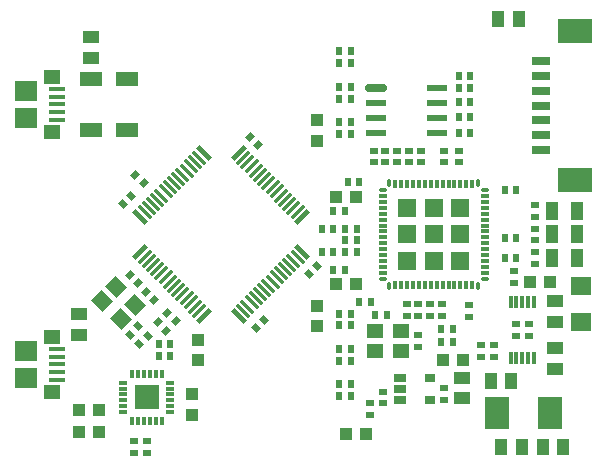
<source format=gtp>
G04 Layer_Color=8421504*
%FSLAX44Y44*%
%MOMM*%
G71*
G01*
G75*
%ADD10R,1.4000X1.1000*%
%ADD11R,1.9000X1.2000*%
%ADD12R,1.4000X1.2000*%
G04:AMPARAMS|DCode=13|XSize=1.4mm|YSize=1.2mm|CornerRadius=0mm|HoleSize=0mm|Usage=FLASHONLY|Rotation=315.000|XOffset=0mm|YOffset=0mm|HoleType=Round|Shape=Rectangle|*
%AMROTATEDRECTD13*
4,1,4,-0.9192,0.0707,-0.0707,0.9192,0.9192,-0.0707,0.0707,-0.9192,-0.9192,0.0707,0.0*
%
%ADD13ROTATEDRECTD13*%

%ADD14R,0.9000X0.6900*%
%ADD15R,0.9900X0.6900*%
%ADD16R,0.3000X1.0000*%
%ADD18R,0.6350X0.5000*%
%ADD19R,0.5000X0.6350*%
G04:AMPARAMS|DCode=20|XSize=0.635mm|YSize=0.5mm|CornerRadius=0mm|HoleSize=0mm|Usage=FLASHONLY|Rotation=45.000|XOffset=0mm|YOffset=0mm|HoleType=Round|Shape=Rectangle|*
%AMROTATEDRECTD20*
4,1,4,-0.0477,-0.4013,-0.4013,-0.0477,0.0477,0.4013,0.4013,0.0477,-0.0477,-0.4013,0.0*
%
%ADD20ROTATEDRECTD20*%

%ADD21R,1.1000X1.4000*%
%ADD22R,1.1000X1.0000*%
%ADD23R,1.0000X1.1000*%
G04:AMPARAMS|DCode=24|XSize=0.635mm|YSize=0.5mm|CornerRadius=0mm|HoleSize=0mm|Usage=FLASHONLY|Rotation=315.000|XOffset=0mm|YOffset=0mm|HoleType=Round|Shape=Rectangle|*
%AMROTATEDRECTD24*
4,1,4,-0.4013,0.0477,-0.0477,0.4013,0.4013,-0.0477,0.0477,-0.4013,-0.4013,0.0477,0.0*
%
%ADD24ROTATEDRECTD24*%

%ADD25R,1.9000X1.7500*%
%ADD26R,1.4000X0.4000*%
%ADD27R,1.4500X1.1500*%
%ADD28R,1.6000X0.8000*%
%ADD29R,3.0000X2.1000*%
%ADD30R,1.8000X0.6000*%
G04:AMPARAMS|DCode=31|XSize=0.6mm|YSize=1.8mm|CornerRadius=0.15mm|HoleSize=0mm|Usage=FLASHONLY|Rotation=90.000|XOffset=0mm|YOffset=0mm|HoleType=Round|Shape=RoundedRectangle|*
%AMROUNDEDRECTD31*
21,1,0.6000,1.5000,0,0,90.0*
21,1,0.3000,1.8000,0,0,90.0*
1,1,0.3000,0.7500,0.1500*
1,1,0.3000,0.7500,-0.1500*
1,1,0.3000,-0.7500,-0.1500*
1,1,0.3000,-0.7500,0.1500*
%
%ADD31ROUNDEDRECTD31*%
%ADD33R,0.7500X0.3000*%
%ADD34R,0.3000X0.7500*%
G04:AMPARAMS|DCode=36|XSize=0.28mm|YSize=0.69mm|CornerRadius=0.042mm|HoleSize=0mm|Usage=FLASHONLY|Rotation=90.000|XOffset=0mm|YOffset=0mm|HoleType=Round|Shape=RoundedRectangle|*
%AMROUNDEDRECTD36*
21,1,0.2800,0.6060,0,0,90.0*
21,1,0.1960,0.6900,0,0,90.0*
1,1,0.0840,0.3030,0.0980*
1,1,0.0840,0.3030,-0.0980*
1,1,0.0840,-0.3030,-0.0980*
1,1,0.0840,-0.3030,0.0980*
%
%ADD36ROUNDEDRECTD36*%
G04:AMPARAMS|DCode=37|XSize=0.28mm|YSize=0.64mm|CornerRadius=0.042mm|HoleSize=0mm|Usage=FLASHONLY|Rotation=90.000|XOffset=0mm|YOffset=0mm|HoleType=Round|Shape=RoundedRectangle|*
%AMROUNDEDRECTD37*
21,1,0.2800,0.5560,0,0,90.0*
21,1,0.1960,0.6400,0,0,90.0*
1,1,0.0840,0.2780,0.0980*
1,1,0.0840,0.2780,-0.0980*
1,1,0.0840,-0.2780,-0.0980*
1,1,0.0840,-0.2780,0.0980*
%
%ADD37ROUNDEDRECTD37*%
G04:AMPARAMS|DCode=38|XSize=0.28mm|YSize=0.69mm|CornerRadius=0.042mm|HoleSize=0mm|Usage=FLASHONLY|Rotation=0.000|XOffset=0mm|YOffset=0mm|HoleType=Round|Shape=RoundedRectangle|*
%AMROUNDEDRECTD38*
21,1,0.2800,0.6060,0,0,0.0*
21,1,0.1960,0.6900,0,0,0.0*
1,1,0.0840,0.0980,-0.3030*
1,1,0.0840,-0.0980,-0.3030*
1,1,0.0840,-0.0980,0.3030*
1,1,0.0840,0.0980,0.3030*
%
%ADD38ROUNDEDRECTD38*%
G04:AMPARAMS|DCode=39|XSize=0.28mm|YSize=0.64mm|CornerRadius=0.042mm|HoleSize=0mm|Usage=FLASHONLY|Rotation=0.000|XOffset=0mm|YOffset=0mm|HoleType=Round|Shape=RoundedRectangle|*
%AMROUNDEDRECTD39*
21,1,0.2800,0.5560,0,0,0.0*
21,1,0.1960,0.6400,0,0,0.0*
1,1,0.0840,0.0980,-0.2780*
1,1,0.0840,-0.0980,-0.2780*
1,1,0.0840,-0.0980,0.2780*
1,1,0.0840,0.0980,0.2780*
%
%ADD39ROUNDEDRECTD39*%
G04:AMPARAMS|DCode=40|XSize=1.5mm|YSize=0.28mm|CornerRadius=0mm|HoleSize=0mm|Usage=FLASHONLY|Rotation=45.000|XOffset=0mm|YOffset=0mm|HoleType=Round|Shape=Rectangle|*
%AMROTATEDRECTD40*
4,1,4,-0.4313,-0.6293,-0.6293,-0.4313,0.4313,0.6293,0.6293,0.4313,-0.4313,-0.6293,0.0*
%
%ADD40ROTATEDRECTD40*%

G04:AMPARAMS|DCode=41|XSize=1.5mm|YSize=0.4mm|CornerRadius=0mm|HoleSize=0mm|Usage=FLASHONLY|Rotation=45.000|XOffset=0mm|YOffset=0mm|HoleType=Round|Shape=Rectangle|*
%AMROTATEDRECTD41*
4,1,4,-0.3889,-0.6717,-0.6717,-0.3889,0.3889,0.6717,0.6717,0.3889,-0.3889,-0.6717,0.0*
%
%ADD41ROTATEDRECTD41*%

G04:AMPARAMS|DCode=42|XSize=1.5mm|YSize=0.28mm|CornerRadius=0mm|HoleSize=0mm|Usage=FLASHONLY|Rotation=315.000|XOffset=0mm|YOffset=0mm|HoleType=Round|Shape=Rectangle|*
%AMROTATEDRECTD42*
4,1,4,-0.6293,0.4313,-0.4313,0.6293,0.6293,-0.4313,0.4313,-0.6293,-0.6293,0.4313,0.0*
%
%ADD42ROTATEDRECTD42*%

G04:AMPARAMS|DCode=43|XSize=1.5mm|YSize=0.4mm|CornerRadius=0mm|HoleSize=0mm|Usage=FLASHONLY|Rotation=315.000|XOffset=0mm|YOffset=0mm|HoleType=Round|Shape=Rectangle|*
%AMROTATEDRECTD43*
4,1,4,-0.6717,0.3889,-0.3889,0.6717,0.6717,-0.3889,0.3889,-0.6717,-0.6717,0.3889,0.0*
%
%ADD43ROTATEDRECTD43*%

%ADD44R,2.1590X2.7430*%
%ADD45R,1.8000X1.6000*%
%ADD46R,1.1000X1.5000*%
%ADD81R,0.7000X0.6000*%
%ADD82R,0.7000X0.6000*%
%ADD83R,2.0000X2.0000*%
%ADD84R,1.5000X1.5000*%
%ADD85R,1.5000X1.5000*%
D10*
X70000Y149250D02*
D03*
Y166750D02*
D03*
X384000Y-138750D02*
D03*
Y-121250D02*
D03*
X60000Y-85000D02*
D03*
Y-67500D02*
D03*
X463000Y-56250D02*
D03*
Y-73750D02*
D03*
Y-113750D02*
D03*
Y-96250D02*
D03*
D11*
X100000Y132000D02*
D03*
X100000Y88000D02*
D03*
X70000Y88000D02*
D03*
Y132000D02*
D03*
D12*
X309932Y-81452D02*
D03*
Y-98451D02*
D03*
X331931Y-81452D02*
D03*
Y-98451D02*
D03*
D13*
X94768Y-71789D02*
D03*
X106789Y-59768D02*
D03*
X79211Y-56232D02*
D03*
X91232Y-44211D02*
D03*
D14*
X356950Y-121500D02*
D03*
Y-140500D02*
D03*
D15*
X331050Y-121500D02*
D03*
Y-131000D02*
D03*
Y-140500D02*
D03*
D16*
X435000Y-105000D02*
D03*
X430000D02*
D03*
X425000D02*
D03*
X440000D02*
D03*
X445000D02*
D03*
Y-57000D02*
D03*
X440000D02*
D03*
X425000D02*
D03*
X430000D02*
D03*
X435000D02*
D03*
D18*
X317000Y-133000D02*
D03*
Y-143000D02*
D03*
X306000Y-143000D02*
D03*
Y-153000D02*
D03*
X349000Y61000D02*
D03*
Y71000D02*
D03*
X339000D02*
D03*
Y61000D02*
D03*
X117000Y-175000D02*
D03*
Y-185000D02*
D03*
X309000Y71000D02*
D03*
Y61000D02*
D03*
X329000Y71000D02*
D03*
Y61000D02*
D03*
X411000Y-94000D02*
D03*
Y-104000D02*
D03*
X400000D02*
D03*
Y-94000D02*
D03*
X369000Y-130000D02*
D03*
Y-140000D02*
D03*
X367000Y-69000D02*
D03*
Y-59000D02*
D03*
X337000D02*
D03*
Y-69000D02*
D03*
X390000Y-60000D02*
D03*
Y-70000D02*
D03*
X346431Y-84952D02*
D03*
Y-94952D02*
D03*
X369000Y61000D02*
D03*
Y71000D02*
D03*
X381000Y61000D02*
D03*
Y71000D02*
D03*
X319000Y61000D02*
D03*
Y71000D02*
D03*
X347000Y-59000D02*
D03*
Y-69000D02*
D03*
X357000Y-59000D02*
D03*
Y-69000D02*
D03*
X106000Y-175000D02*
D03*
Y-185000D02*
D03*
X428000Y-41000D02*
D03*
Y-31000D02*
D03*
X446000Y25000D02*
D03*
Y15000D02*
D03*
Y5000D02*
D03*
Y-5000D02*
D03*
Y-15000D02*
D03*
Y-25000D02*
D03*
D19*
X391000Y112000D02*
D03*
X381000D02*
D03*
X376000Y-91000D02*
D03*
X366000D02*
D03*
X381000Y99031D02*
D03*
X391000D02*
D03*
X381000Y86031D02*
D03*
X391000D02*
D03*
X280000Y-77000D02*
D03*
X290000D02*
D03*
X280000Y-107000D02*
D03*
X290000D02*
D03*
X280000Y-127000D02*
D03*
X290000D02*
D03*
X280000Y-97000D02*
D03*
X290000D02*
D03*
X137000Y-103000D02*
D03*
X127000D02*
D03*
X285000Y-5000D02*
D03*
X295000D02*
D03*
X137000Y-93000D02*
D03*
X127000D02*
D03*
X280000Y145000D02*
D03*
X290000D02*
D03*
X280000Y115000D02*
D03*
X290000D02*
D03*
X280000Y95000D02*
D03*
X290000D02*
D03*
X280000Y125000D02*
D03*
X290000D02*
D03*
X265000Y-15000D02*
D03*
X275000D02*
D03*
X420000Y-19647D02*
D03*
X430000D02*
D03*
X420000Y38000D02*
D03*
X430000D02*
D03*
X320431Y-67952D02*
D03*
X310431D02*
D03*
X275000Y-30000D02*
D03*
X285000D02*
D03*
X265000Y5000D02*
D03*
X275000D02*
D03*
X275000Y20000D02*
D03*
X285000D02*
D03*
X297000Y-57000D02*
D03*
X307000D02*
D03*
X297000Y44000D02*
D03*
X287000D02*
D03*
X290000Y85000D02*
D03*
X280000D02*
D03*
X290000Y155000D02*
D03*
X280000D02*
D03*
X295000Y-15000D02*
D03*
X285000D02*
D03*
X295000Y5000D02*
D03*
X285000D02*
D03*
X420000Y-3000D02*
D03*
X430000D02*
D03*
X376000Y-80000D02*
D03*
X366000D02*
D03*
X381000Y134000D02*
D03*
X391000D02*
D03*
X290000Y-67000D02*
D03*
X280000D02*
D03*
X290000Y-137000D02*
D03*
X280000D02*
D03*
X381000Y124000D02*
D03*
X391000D02*
D03*
D20*
X107465Y50535D02*
D03*
X114536Y43464D02*
D03*
X204464Y82535D02*
D03*
X211535Y75465D02*
D03*
X109536Y-41536D02*
D03*
X102465Y-34464D02*
D03*
X116465Y-48464D02*
D03*
X123535Y-55535D02*
D03*
X133535Y-81536D02*
D03*
X126465Y-74465D02*
D03*
X141536Y-73535D02*
D03*
X134465Y-66465D02*
D03*
D21*
X408250Y-124000D02*
D03*
X425750D02*
D03*
X414250Y182000D02*
D03*
X431750D02*
D03*
X452250Y-180000D02*
D03*
X469750D02*
D03*
X434750D02*
D03*
X417250D02*
D03*
D22*
X458500Y-40000D02*
D03*
X441500D02*
D03*
X277500Y32000D02*
D03*
X294500D02*
D03*
X277500Y-42000D02*
D03*
X294500D02*
D03*
X285500Y-169000D02*
D03*
X302500D02*
D03*
X367500Y-106000D02*
D03*
X384500D02*
D03*
X76500Y-167000D02*
D03*
X59500D02*
D03*
X76500Y-149000D02*
D03*
X59500D02*
D03*
D23*
X261000Y-77500D02*
D03*
Y-60500D02*
D03*
Y96500D02*
D03*
Y79500D02*
D03*
X160000Y-106500D02*
D03*
Y-89500D02*
D03*
X155000Y-135500D02*
D03*
Y-152500D02*
D03*
D24*
X109879Y-77808D02*
D03*
X102808Y-84879D02*
D03*
X117879Y-85808D02*
D03*
X110808Y-92879D02*
D03*
X96465Y25464D02*
D03*
X103535Y32536D02*
D03*
X261535Y-26465D02*
D03*
X254464Y-33535D02*
D03*
X216535Y-72464D02*
D03*
X209464Y-79535D02*
D03*
D25*
X14500Y-121250D02*
D03*
Y-98750D02*
D03*
Y98750D02*
D03*
Y121250D02*
D03*
D26*
X41000Y-110000D02*
D03*
Y-103500D02*
D03*
Y-97000D02*
D03*
Y-116500D02*
D03*
Y-123000D02*
D03*
Y110000D02*
D03*
Y116500D02*
D03*
Y123000D02*
D03*
Y103500D02*
D03*
Y97000D02*
D03*
D27*
X36800Y-86500D02*
D03*
Y-133500D02*
D03*
Y133500D02*
D03*
Y86500D02*
D03*
D28*
X451000Y146500D02*
D03*
Y96500D02*
D03*
Y84000D02*
D03*
Y71500D02*
D03*
Y134000D02*
D03*
Y121500D02*
D03*
Y109000D02*
D03*
D29*
X480000Y172000D02*
D03*
Y46000D02*
D03*
D30*
X363000Y124050D02*
D03*
Y111350D02*
D03*
Y98650D02*
D03*
Y85950D02*
D03*
X311000D02*
D03*
Y98650D02*
D03*
Y111350D02*
D03*
D31*
Y124050D02*
D03*
D33*
X97000Y-135500D02*
D03*
Y-130500D02*
D03*
Y-125500D02*
D03*
Y-150500D02*
D03*
Y-145500D02*
D03*
Y-140500D02*
D03*
X137000D02*
D03*
Y-145500D02*
D03*
Y-150500D02*
D03*
Y-125500D02*
D03*
Y-130500D02*
D03*
Y-135500D02*
D03*
D34*
X119500Y-118000D02*
D03*
X124500D02*
D03*
X129500D02*
D03*
X104500D02*
D03*
X109500D02*
D03*
X114500D02*
D03*
X119500Y-158000D02*
D03*
X124500D02*
D03*
X129500D02*
D03*
X104500D02*
D03*
X109500D02*
D03*
X114500D02*
D03*
D36*
X316900Y2500D02*
D03*
Y7500D02*
D03*
Y12500D02*
D03*
Y17500D02*
D03*
Y22500D02*
D03*
Y27500D02*
D03*
Y32500D02*
D03*
Y-32500D02*
D03*
Y-27500D02*
D03*
Y-22500D02*
D03*
Y-17500D02*
D03*
Y-12500D02*
D03*
Y-7500D02*
D03*
Y-2500D02*
D03*
X403100Y2500D02*
D03*
Y7500D02*
D03*
Y12500D02*
D03*
Y17500D02*
D03*
Y22500D02*
D03*
Y27500D02*
D03*
Y32500D02*
D03*
Y-32500D02*
D03*
Y-27500D02*
D03*
Y-22500D02*
D03*
Y-17500D02*
D03*
Y-12500D02*
D03*
Y-7500D02*
D03*
Y-2500D02*
D03*
D37*
X316700Y37500D02*
D03*
Y-37500D02*
D03*
X403300Y37500D02*
D03*
Y-37500D02*
D03*
D38*
X362500Y-43100D02*
D03*
X367500D02*
D03*
X372500D02*
D03*
X377500D02*
D03*
X382500D02*
D03*
X387500D02*
D03*
X392500D02*
D03*
X327500D02*
D03*
X332500D02*
D03*
X337500D02*
D03*
X342500D02*
D03*
X347500D02*
D03*
X352500D02*
D03*
X357500D02*
D03*
Y43100D02*
D03*
X352500D02*
D03*
X347500D02*
D03*
X342500D02*
D03*
X337500D02*
D03*
X332500D02*
D03*
X327500D02*
D03*
X392500D02*
D03*
X387500D02*
D03*
X382500D02*
D03*
X377500D02*
D03*
X372500D02*
D03*
X367500D02*
D03*
X362500D02*
D03*
D39*
X397500Y-43300D02*
D03*
X322500D02*
D03*
Y43300D02*
D03*
X397500D02*
D03*
D40*
X219951Y43487D02*
D03*
X216416Y47023D02*
D03*
X212880Y50558D02*
D03*
X223487Y39952D02*
D03*
X227023Y36416D02*
D03*
X230558Y32880D02*
D03*
X209345Y54094D02*
D03*
X205809Y57629D02*
D03*
X202274Y61165D02*
D03*
X198738Y64700D02*
D03*
X234094Y29345D02*
D03*
X237629Y25809D02*
D03*
X241165Y22274D02*
D03*
X244700Y18738D02*
D03*
X140049Y-43487D02*
D03*
X143584Y-47023D02*
D03*
X147120Y-50558D02*
D03*
X136513Y-39952D02*
D03*
X132977Y-36416D02*
D03*
X129442Y-32880D02*
D03*
X150655Y-54094D02*
D03*
X154191Y-57629D02*
D03*
X157726Y-61165D02*
D03*
X161262Y-64700D02*
D03*
X125906Y-29345D02*
D03*
X122371Y-25809D02*
D03*
X118835Y-22274D02*
D03*
X115300Y-18738D02*
D03*
D41*
X194778Y68660D02*
D03*
X248660Y14778D02*
D03*
X165222Y-68660D02*
D03*
X111340Y-14778D02*
D03*
D42*
X223487Y-39952D02*
D03*
X227023Y-36416D02*
D03*
X230558Y-32880D02*
D03*
X219951Y-43487D02*
D03*
X216416Y-47023D02*
D03*
X212880Y-50558D02*
D03*
X234094Y-29345D02*
D03*
X237629Y-25809D02*
D03*
X241165Y-22274D02*
D03*
X244700Y-18738D02*
D03*
X209345Y-54094D02*
D03*
X205809Y-57629D02*
D03*
X202274Y-61165D02*
D03*
X198738Y-64700D02*
D03*
X161262Y64700D02*
D03*
X157726Y61165D02*
D03*
X154191Y57629D02*
D03*
X150655Y54094D02*
D03*
X115300Y18738D02*
D03*
X118835Y22274D02*
D03*
X122371Y25809D02*
D03*
X125906Y29345D02*
D03*
X147120Y50558D02*
D03*
X143584Y47023D02*
D03*
X140049Y43487D02*
D03*
X129442Y32880D02*
D03*
X132977Y36416D02*
D03*
X136513Y39952D02*
D03*
D43*
X248660Y-14778D02*
D03*
X194778Y-68660D02*
D03*
X165222Y68660D02*
D03*
X111340Y14778D02*
D03*
D44*
X413900Y-151000D02*
D03*
X458100D02*
D03*
D45*
X485000Y-74000D02*
D03*
Y-44000D02*
D03*
D46*
X460500Y20000D02*
D03*
X481500D02*
D03*
X460500Y0D02*
D03*
X481500D02*
D03*
X460500Y-20000D02*
D03*
X481500D02*
D03*
D81*
X440500Y-76000D02*
D03*
X429500Y-76000D02*
D03*
X429500Y-86000D02*
D03*
D82*
X440500Y-86000D02*
D03*
D83*
X117000Y-138000D02*
D03*
D84*
X360000Y0D02*
D03*
X337500Y-0D02*
D03*
X360000Y22500D02*
D03*
X382500Y-22500D02*
D03*
X382500Y22500D02*
D03*
D85*
X360000Y-22500D02*
D03*
X337500Y-22500D02*
D03*
X337500Y22500D02*
D03*
X382500Y-0D02*
D03*
M02*

</source>
